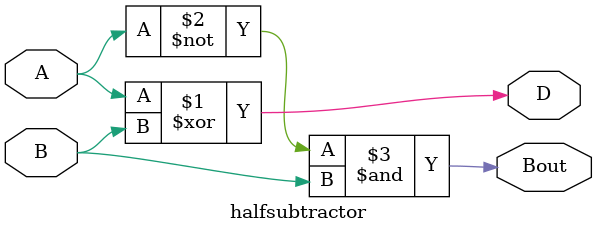
<source format=v>
`timescale 1ns / 1ps


module halfsubtractor(A,B,D,Bout);
input A,B;
output D,Bout;
assign D=A^B;
assign Bout = ~A&B;
endmodule

</source>
